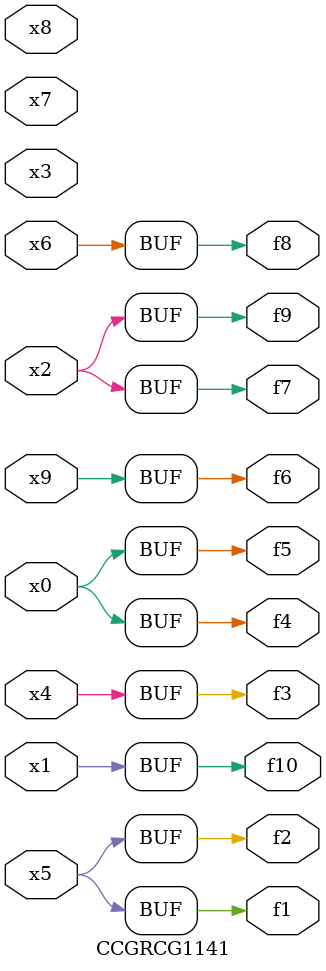
<source format=v>
module CCGRCG1141(
	input x0, x1, x2, x3, x4, x5, x6, x7, x8, x9,
	output f1, f2, f3, f4, f5, f6, f7, f8, f9, f10
);
	assign f1 = x5;
	assign f2 = x5;
	assign f3 = x4;
	assign f4 = x0;
	assign f5 = x0;
	assign f6 = x9;
	assign f7 = x2;
	assign f8 = x6;
	assign f9 = x2;
	assign f10 = x1;
endmodule

</source>
